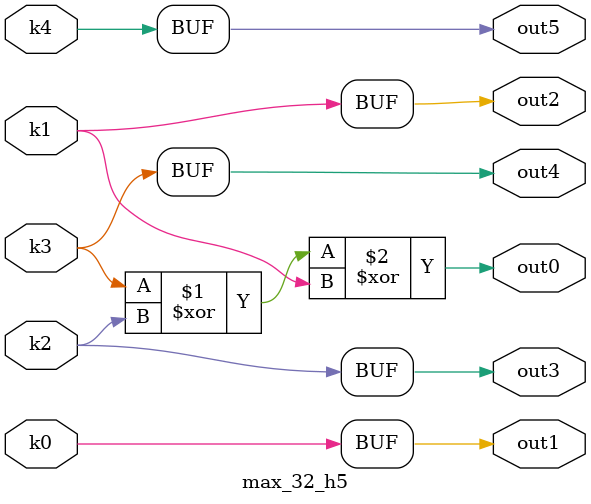
<source format=v>
module max_32(pi00, pi01, pi02, pi03, pi04, pi05, pi06, pi07, pi08, pi09, pi10, pi11, pi12, pi13, po0, po1, po2, po3, po4, po5);
input pi00, pi01, pi02, pi03, pi04, pi05, pi06, pi07, pi08, pi09, pi10, pi11, pi12, pi13;
output po0, po1, po2, po3, po4, po5;
wire k0, k1, k2, k3, k4;
max_32_w5 DUT1 (pi00, pi01, pi02, pi03, pi04, pi05, pi06, pi07, pi08, pi09, pi10, pi11, pi12, pi13, k0, k1, k2, k3, k4);
max_32_h5 DUT2 (k0, k1, k2, k3, k4, po0, po1, po2, po3, po4, po5);
endmodule

module max_32_w5(in13, in12, in11, in10, in9, in8, in7, in6, in5, in4, in3, in2, in1, in0, k4, k3, k2, k1, k0);
input in13, in12, in11, in10, in9, in8, in7, in6, in5, in4, in3, in2, in1, in0;
output k4, k3, k2, k1, k0;
assign k0 =   in0 ? in1 : (in5 ? ~in12 : ~in9);
assign k1 =   in0 ? in3 : (in5 ? ~in13 : ~in10);
assign k2 =   (in5 & (((in11 | in4) & ((~in2 & ((in13 & (in12 | in1)) | (in12 & in3))) | (in12 & in1))) | (in11 & (in4 | (in3 & in1 & ~in2))))) | (~in5 & (((in8 | in4) & ((~in2 & ((in10 & (in9 | in1)) | (in9 & in3))) | (in9 & in1))) | (in8 & (in4 | (in3 & in1 & ~in2))))) | (in1 & ~in2 & in3 & in4);
assign k3 =   in3 & (in5 ? in13 : in10);
assign k4 =   (((in13 | (~in10 & (in6 | in7))) & (in6 | in7 | ~in10)) | (in11 & ~in8) | (in12 & ~in9)) & (in12 | ~in9 | (in11 & ~in8)) & (in11 | ~in8);
endmodule

module max_32_h5(k4, k3, k2, k1, k0, out5, out4, out3, out2, out1, out0);
input k4, k3, k2, k1, k0;
output out5, out4, out3, out2, out1, out0;
assign out0 = k3 ^ k2 ^ k1;
assign out1 = k0;
assign out2 = k1;
assign out3 = k2;
assign out4 = k3;
assign out5 = k4;
endmodule

</source>
